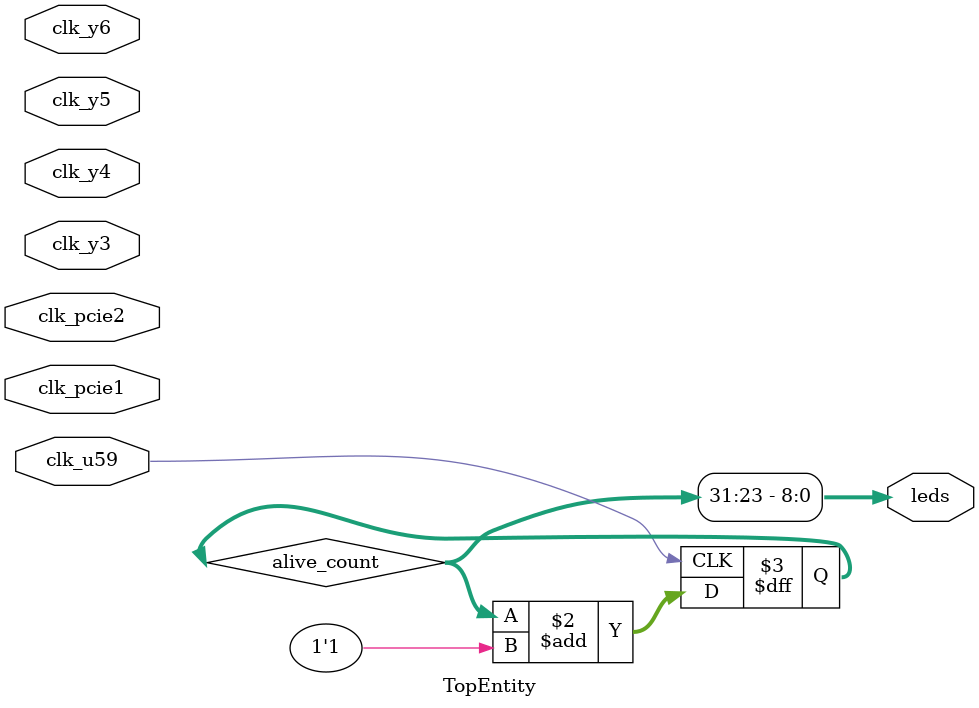
<source format=v>

module TopEntity ( 
		
		// ----------- CLOCKS --------------
		input         clk_u59,
		input 	     clk_y3,
		input 	     clk_y4,
		input 	     clk_y5,
		input 	     clk_y6,
		input			  clk_pcie1,
		input			  clk_pcie2,
	 
		// ------------ LEDS ---------------
		output [8:0]	leds	
);

	reg [31:0] alive_count;
	
	assign leds[8:0] = alive_count[31:23];
	
	always @ (posedge clk_u59)
	begin
		alive_count <= alive_count + 1'b1;
	end

endmodule 
</source>
